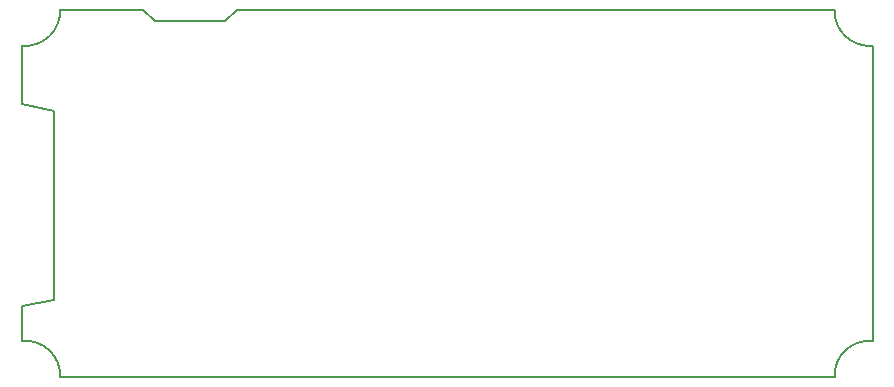
<source format=gbr>
G04 DipTrace 3.2.0.1*
G04 BoardOutline.gbr*
%MOIN*%
G04 #@! TF.FileFunction,Profile*
G04 #@! TF.Part,Single*
%ADD11C,0.005512*%
%FSLAX26Y26*%
G04*
G70*
G90*
G75*
G01*
G04 BoardOutline*
%LPD*%
X-1417323Y492126D2*
D11*
G03X-1290748Y612205I10924J115236D01*
G01*
X-1015157D1*
X-975787Y572835D1*
X-739567D1*
X-700197Y612205D1*
X-492126D1*
X133858D1*
X1290748D1*
G03X1417323Y492126I115651J-4843D01*
G01*
Y196850D1*
Y98425D1*
Y-98425D1*
Y-196850D1*
Y-492126D1*
G03X1290748Y-612205I-10924J-115236D01*
G01*
X-1290748D1*
G03X-1417323Y-492126I-115651J4843D01*
G01*
Y-375984D1*
X-1310039Y-354331D1*
Y275591D1*
X-1417323Y297244D1*
Y492126D1*
M02*

</source>
